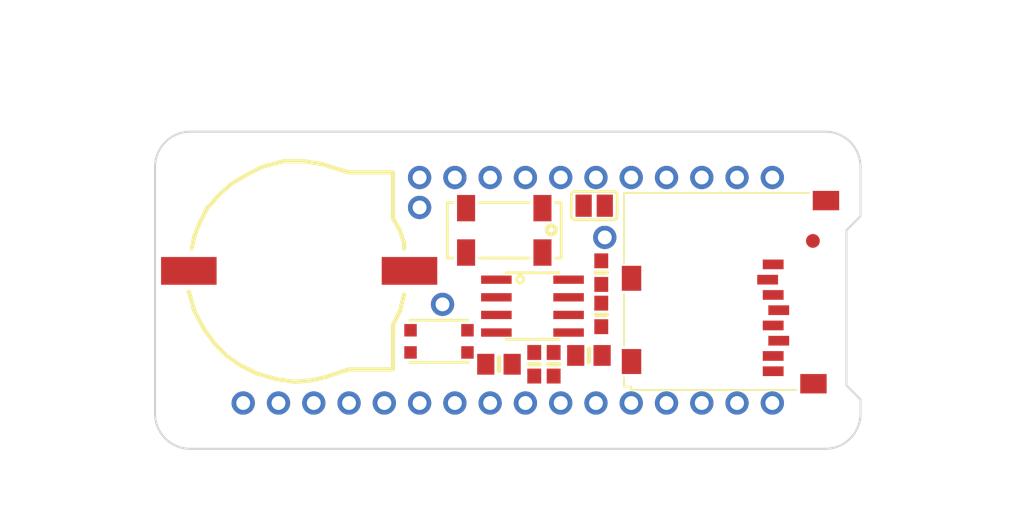
<source format=kicad_pcb>
(kicad_pcb (version 20221018) (generator pcbnew)
  (layers (0 "F.Cu" signal "Top") (31 "B.Cu" signal "Bottom") (34 "B.Paste" user) (35 "F.Paste" user) (36 "B.SilkS" user "B.Silkscreen") (37 "F.SilkS" user "F.Silkscreen") (38 "B.Mask" user) (39 "F.Mask" user) (44 "Edge.Cuts" user))
  (net 0 "")
  (net 1 "G")
  (net 2 "TX")
  (net 3 "RX")
  (net 4 "F")
  (net 5 "E")
  (net 6 "D")
  (net 7 "C")
  (net 8 "B")
  (net 9 "A")
  (net 10 "AREF")
  (net 11 "USB")
  (net 12 "N")
  (net 13 "M")
  (net 14 "L")
  (net 15 "J")
  (net 16 "I")
  (net 17 "H")
  (net 18 "SCL")
  (net 19 "SDA")
  (net 20 "GND")
  (net 21 "MOSI")
  (net 22 "MISO")
  (net 23 "SCK")
  (net 24 "+3V3")
  (net 25 "SD_CS")
  (net 26 "RESET")
  (net 27 "N$7")
  (net 28 "N$8")
  (net 29 "VBAT")
  (net 30 "EN")
  (net 31 "CR1220")
  (net 32 "INT1")
  (net 33 "CS")
  (net 34 "N$1")
  (footprint "MICROSD" (layer "F.Cu") (at 167.132 105.156 90)
    (fp_text reference "X4" hide)
    (fp_text value "microsd" hide)
    (fp_line (start -7.035 -9.76) (end -7.035 2.19) (stroke (width 0.127)) (layer "F.SilkS"))
    (fp_line (start -6.785 -10.26) (end -6.785 -9.76) (stroke (width 0.127)) (layer "F.SilkS"))
    (fp_line (start -6.785 -9.76) (end -7.035 -9.76) (stroke (width 0.127)) (layer "F.SilkS"))
    (fp_line (start -6.135 -10.26) (end -6.785 -10.26) (stroke (width 0.127)) (layer "F.SilkS"))
    (fp_line (start -3.835 -10.26) (end -0.135 -10.26) (stroke (width 0.127)) (layer "F.SilkS"))
    (fp_line (start 2.115 -10.26) (end 7.165 -10.26) (stroke (width 0.127)) (layer "F.SilkS"))
    (fp_line (start 7.165 -10.26) (end 7.165 3.09) (stroke (width 0.127)) (layer "F.SilkS"))
    (pad "1" smd rect locked (at 2.015 0.48 90) (size 0.7 1.5) (layers "F.Cu" "F.Paste" "F.Mask"))
    (pad "2" smd rect locked (at 0.915 0.08 90) (size 0.7 1.5) (layers "F.Cu" "F.Paste" "F.Mask") (net 25 "SD_CS"))
    (pad "3" smd rect locked (at -0.185 0.48 90) (size 0.7 1.5) (layers "F.Cu" "F.Paste" "F.Mask") (net 21 "MOSI"))
    (pad "4" smd rect locked (at -1.285 0.88 90) (size 0.7 1.5) (layers "F.Cu" "F.Paste" "F.Mask") (net 24 "+3V3"))
    (pad "5" smd rect locked (at -2.385 0.48 90) (size 0.7 1.5) (layers "F.Cu" "F.Paste" "F.Mask") (net 23 "SCK"))
    (pad "6" smd rect locked (at -3.485 0.88 90) (size 0.7 1.5) (layers "F.Cu" "F.Paste" "F.Mask") (net 20 "GND"))
    (pad "7" smd rect locked (at -4.585 0.48 90) (size 0.7 1.5) (layers "F.Cu" "F.Paste" "F.Mask") (net 22 "MISO"))
    (pad "8" smd rect locked (at -5.685 0.48 90) (size 0.7 1.5) (layers "F.Cu" "F.Paste" "F.Mask"))
    (pad "CD1" smd rect locked (at -4.985 -9.72 180) (size 1.4 1.8) (layers "F.Cu" "F.Paste" "F.Mask"))
    (pad "CD2" smd rect locked (at 1.015 -9.72 180) (size 1.4 1.8) (layers "F.Cu" "F.Paste" "F.Mask"))
    (pad "MT1" smd rect locked (at -6.585 3.38 90) (size 1.4 1.9) (layers "F.Cu" "F.Paste" "F.Mask") (net 20 "GND"))
    (pad "MT2" smd rect locked (at 6.615 4.28 90) (size 1.4 1.9) (layers "F.Cu" "F.Paste" "F.Mask") (net 20 "GND"))
  )
  (footprint "BTN_KMR2_4.6X2.8" (layer "F.Cu") (at 143.5481 108.6866 180)
    (fp_text reference "SW1" hide)
    (fp_text value "KMR2" hide)
    (fp_line (start -2.1 -1.5254) (end 2.1 -1.5254) (stroke (width 0.2032)) (layer "F.SilkS"))
    (fp_line (start 2.1 1.5254) (end -2.1 1.5254) (stroke (width 0.2032)) (layer "F.SilkS"))
    (pad "A" smd rect (at 2.05 -0.8 180) (size 0.9 0.9) (layers "F.Cu" "F.Paste" "F.Mask") (net 20 "GND"))
    (pad "A'" smd rect (at -2.05 -0.8 180) (size 0.9 0.9) (layers "F.Cu" "F.Paste" "F.Mask") (net 20 "GND"))
    (pad "B" smd rect (at 2.05 0.8 180) (size 0.9 0.9) (layers "F.Cu" "F.Paste" "F.Mask") (net 26 "RESET"))
    (pad "B'" smd rect (at -2.05 0.8 180) (size 0.9 0.9) (layers "F.Cu" "F.Paste" "F.Mask") (net 26 "RESET"))
  )
  (footprint "SOIC8_150MIL" (layer "F.Cu") (at 150.2791 106.1466 -90)
    (fp_text reference "IC1" hide)
    (fp_text value "PCF8523T" hide)
    (fp_line (start -2.4 1.9) (end -2.4 -1.9) (stroke (width 0.2032)) (layer "F.SilkS"))
    (fp_line (start 2.4 -1.9) (end 2.4 1.9) (stroke (width 0.2032)) (layer "F.SilkS"))
    (fp_circle (center -1.9304 0.889) (end -1.6764 0.889) (stroke (width 0.2032)) (fill none) (layer "F.SilkS"))
    (pad "1" smd rect (at -1.905 2.6 270) (size 0.6 2.2) (layers "F.Cu" "F.Paste" "F.Mask") (net 27 "N$7"))
    (pad "2" smd rect (at -0.635 2.6 270) (size 0.6 2.2) (layers "F.Cu" "F.Paste" "F.Mask") (net 28 "N$8"))
    (pad "3" smd rect (at 0.635 2.6 270) (size 0.6 2.2) (layers "F.Cu" "F.Paste" "F.Mask") (net 31 "CR1220"))
    (pad "4" smd rect (at 1.905 2.6 270) (size 0.6 2.2) (layers "F.Cu" "F.Paste" "F.Mask") (net 20 "GND"))
    (pad "5" smd rect (at 1.905 -2.6 270) (size 0.6 2.2) (layers "F.Cu" "F.Paste" "F.Mask") (net 19 "SDA"))
    (pad "6" smd rect (at 0.635 -2.6 270) (size 0.6 2.2) (layers "F.Cu" "F.Paste" "F.Mask") (net 18 "SCL"))
    (pad "7" smd rect (at -0.635 -2.6 270) (size 0.6 2.2) (layers "F.Cu" "F.Paste" "F.Mask") (net 32 "INT1"))
    (pad "8" smd rect (at -1.905 -2.6 270) (size 0.6 2.2) (layers "F.Cu" "F.Paste" "F.Mask") (net 34 "N$1"))
  )
  (footprint "CRYSTAL_8X3.8" (layer "F.Cu") (at 148.2471 100.6856)
    (fp_text reference "Y1" hide)
    (fp_text value "32khz" hide)
    (fp_line (start -4.1 -2) (end -4.1 2) (stroke (width 0.2032)) (layer "F.SilkS"))
    (fp_line (start -4.1 2) (end -3.7 2) (stroke (width 0.2032)) (layer "F.SilkS"))
    (fp_line (start -3.7 -2) (end -4.1 -2) (stroke (width 0.2032)) (layer "F.SilkS"))
    (fp_line (start -1.8 -2) (end 1.8 -2) (stroke (width 0.2032)) (layer "F.SilkS"))
    (fp_line (start -1.8 2) (end 1.8 2) (stroke (width 0.2032)) (layer "F.SilkS"))
    (fp_line (start 3.7 -2) (end 4.1 -2) (stroke (width 0.2032)) (layer "F.SilkS"))
    (fp_line (start 4.1 -2) (end 4.1 2) (stroke (width 0.2032)) (layer "F.SilkS"))
    (fp_line (start 4.1 2) (end 3.7 2) (stroke (width 0.2032)) (layer "F.SilkS"))
    (fp_circle (center 3.3782 -0.0254) (end 3.701487 -0.0254) (stroke (width 0.3048)) (fill none) (layer "F.SilkS"))
    (pad "P$1" smd rect (at -2.75 1.6) (size 1.3 1.9) (layers "F.Cu" "F.Paste" "F.Mask") (net 28 "N$8"))
    (pad "P$2" smd rect (at 2.75 1.6) (size 1.3 1.9) (layers "F.Cu" "F.Paste" "F.Mask"))
    (pad "P$3" smd rect (at 2.75 -1.6) (size 1.3 1.9) (layers "F.Cu" "F.Paste" "F.Mask"))
    (pad "P$4" smd rect (at -2.75 -1.6) (size 1.3 1.9) (layers "F.Cu" "F.Paste" "F.Mask") (net 27 "N$7"))
  )
  (footprint "0603-NO" (layer "F.Cu") (at 151.8031 110.3376 -90)
    (fp_text reference "R1" hide)
    (fp_text value "10K" hide)
    (fp_line (start 0 -0.4) (end 0 0.4) (stroke (width 0.3048)) (layer "F.SilkS"))
    (pad "1" smd rect (at -0.85 0 270) (size 1.075 1) (layers "F.Cu" "F.Paste" "F.Mask") (net 19 "SDA"))
    (pad "2" smd rect (at 0.85 0 270) (size 1.075 1) (layers "F.Cu" "F.Paste" "F.Mask") (net 24 "+3V3"))
  )
  (footprint "0603-NO" (layer "F.Cu") (at 150.4061 110.3376 -90)
    (fp_text reference "R2" hide)
    (fp_text value "10K" hide)
    (fp_line (start 0 -0.4) (end 0 0.4) (stroke (width 0.3048)) (layer "F.SilkS"))
    (pad "1" smd rect (at -0.85 0 270) (size 1.075 1) (layers "F.Cu" "F.Paste" "F.Mask") (net 18 "SCL"))
    (pad "2" smd rect (at 0.85 0 270) (size 1.075 1) (layers "F.Cu" "F.Paste" "F.Mask") (net 24 "+3V3"))
  )
  (footprint "0603-NO" (layer "F.Cu") (at 155.2321 103.7336 -90)
    (fp_text reference "R3" hide)
    (fp_text value "100K" hide)
    (fp_line (start 0 -0.4) (end 0 0.4) (stroke (width 0.3048)) (layer "F.SilkS"))
    (pad "1" smd rect (at -0.85 0 270) (size 1.075 1) (layers "F.Cu" "F.Paste" "F.Mask") (net 25 "SD_CS"))
    (pad "2" smd rect (at 0.85 0 270) (size 1.075 1) (layers "F.Cu" "F.Paste" "F.Mask") (net 24 "+3V3"))
  )
  (footprint "CR1220-2" (layer "F.Cu") (at 133.1341 103.6066)
    (fp_text reference "B1" hide)
    (fp_text value "cr1220" hide)
    (fp_line (start -7.6 1.5) (end -7.2 2.9) (stroke (width 0.3048)) (layer "F.SilkS"))
    (fp_line (start -7.4 -1.6) (end -7.2 -2.5) (stroke (width 0.3048)) (layer "F.SilkS"))
    (fp_line (start -7.2 -2.5) (end -6.8 -3.5) (stroke (width 0.3048)) (layer "F.SilkS"))
    (fp_line (start -7.2 2.9) (end -6.5 4.2) (stroke (width 0.3048)) (layer "F.SilkS"))
    (fp_line (start -6.8 -3.5) (end -6.3 -4.5) (stroke (width 0.3048)) (layer "F.SilkS"))
    (fp_line (start -6.5 4.2) (end -5.7 5.3) (stroke (width 0.3048)) (layer "F.SilkS"))
    (fp_line (start -6.3 -4.5) (end -5.4 -5.5) (stroke (width 0.3048)) (layer "F.SilkS"))
    (fp_line (start -5.7 5.3) (end -4.9 6.1) (stroke (width 0.3048)) (layer "F.SilkS"))
    (fp_line (start -5.4 -5.5) (end -4.5 -6.3) (stroke (width 0.3048)) (layer "F.SilkS"))
    (fp_line (start -4.9 6.1) (end -3.9 6.8) (stroke (width 0.3048)) (layer "F.SilkS"))
    (fp_line (start -4.5 -6.3) (end -3.3 -7) (stroke (width 0.3048)) (layer "F.SilkS"))
    (fp_line (start -3.9 6.8) (end -2.7 7.4) (stroke (width 0.3048)) (layer "F.SilkS"))
    (fp_line (start -3.3 -7) (end -2.3 -7.5) (stroke (width 0.3048)) (layer "F.SilkS"))
    (fp_line (start -2.7 7.4) (end -1.3 7.8) (stroke (width 0.3048)) (layer "F.SilkS"))
    (fp_line (start -2.3 -7.5) (end -0.8 -7.9) (stroke (width 0.3048)) (layer "F.SilkS"))
    (fp_line (start -1.3 7.8) (end 0 8) (stroke (width 0.3048)) (layer "F.SilkS"))
    (fp_line (start -0.8 -7.9) (end 0.7 -7.9) (stroke (width 0.3048)) (layer "F.SilkS"))
    (fp_line (start 0 8) (end 1.2 7.9) (stroke (width 0.3048)) (layer "F.SilkS"))
    (fp_line (start 0.7 -7.9) (end 2 -7.7) (stroke (width 0.3048)) (layer "F.SilkS"))
    (fp_line (start 1.2 7.9) (end 2.5 7.6) (stroke (width 0.3048)) (layer "F.SilkS"))
    (fp_line (start 2 -7.7) (end 3.9 -7.1) (stroke (width 0.3048)) (layer "F.SilkS"))
    (fp_line (start 2.4 7.6) (end 3.9 7.1) (stroke (width 0.3048)) (layer "F.SilkS"))
    (fp_line (start 3.95 -7.1) (end 7.1 -7.1) (stroke (width 0.3048)) (layer "F.SilkS"))
    (fp_line (start 3.95 7.1) (end 7.1 7.1) (stroke (width 0.3048)) (layer "F.SilkS"))
    (fp_line (start 7.1 -7.1) (end 7.1 -3.8) (stroke (width 0.3048)) (layer "F.SilkS"))
    (fp_line (start 7.1 -3.8) (end 7.6 -2.9) (stroke (width 0.3048)) (layer "F.SilkS"))
    (fp_line (start 7.1 3.9) (end 7.6 2.9) (stroke (width 0.3048)) (layer "F.SilkS"))
    (fp_line (start 7.1 7.1) (end 7.1 3.9) (stroke (width 0.3048)) (layer "F.SilkS"))
    (fp_line (start 7.6 -2.9) (end 7.9 -2) (stroke (width 0.3048)) (layer "F.SilkS"))
    (fp_line (start 7.6 2.9) (end 7.9 1.7) (stroke (width 0.3048)) (layer "F.SilkS"))
    (fp_line (start 7.9 -2) (end 7.9 -1.6) (stroke (width 0.3048)) (layer "F.SilkS"))
    (pad "" np_thru_hole circle locked (at -3.5 0) (size 1.5 1.5) (drill 1.5) (layers "*.Cu" "*.Mask"))
    (pad "" np_thru_hole circle locked (at 3.95 0) (size 1.5 1.5) (drill 1.5) (layers "*.Cu" "*.Mask"))
    (pad "+" smd rect locked (at 8.29 0) (size 4 2) (layers "F.Cu" "F.Paste" "F.Mask") (net 31 "CR1220"))
    (pad "-" smd rect locked (at -7.6 0) (size 4 2) (layers "F.Cu" "F.Paste" "F.Mask") (net 20 "GND"))
  )
  (footprint "0805-NO" (layer "F.Cu") (at 154.3431 109.7026 180)
    (fp_text reference "C1" hide)
    (fp_text value "10uF" hide)
    (fp_line (start 0 -0.508) (end 0 0.508) (stroke (width 0.3048)) (layer "F.SilkS"))
    (pad "1" smd rect (at -0.95 0 180) (size 1.24 1.5) (layers "F.Cu" "F.Paste" "F.Mask") (net 34 "N$1"))
    (pad "2" smd rect (at 0.95 0 180) (size 1.24 1.5) (layers "F.Cu" "F.Paste" "F.Mask") (net 20 "GND"))
  )
  (footprint "1X11_ROUND" (layer "F.Cu") (at 154.8511 96.8756)
    (fp_text reference "JP1" hide)
    (fp_text value "")
    (pad "1" thru_hole circle locked (at -12.7 0 90) (size 1.6764 1.6764) (drill 1) (layers "*.Cu" "*.Mask") (net 30 "EN"))
    (pad "2" thru_hole circle locked (at -10.16 0 90) (size 1.6764 1.6764) (drill 1) (layers "*.Cu" "*.Mask") (net 11 "USB"))
    (pad "3" thru_hole circle locked (at -7.62 0 90) (size 1.6764 1.6764) (drill 1) (layers "*.Cu" "*.Mask") (net 12 "N"))
    (pad "4" thru_hole circle locked (at -5.08 0 90) (size 1.6764 1.6764) (drill 1) (layers "*.Cu" "*.Mask") (net 13 "M"))
    (pad "5" thru_hole circle locked (at -2.54 0 90) (size 1.6764 1.6764) (drill 1) (layers "*.Cu" "*.Mask") (net 14 "L"))
    (pad "6" thru_hole circle locked (at 0 0 90) (size 1.6764 1.6764) (drill 1) (layers "*.Cu" "*.Mask") (net 33 "CS"))
    (pad "7" thru_hole circle locked (at 2.54 0 90) (size 1.6764 1.6764) (drill 1) (layers "*.Cu" "*.Mask") (net 15 "J"))
    (pad "8" thru_hole circle locked (at 5.08 0 90) (size 1.6764 1.6764) (drill 1) (layers "*.Cu" "*.Mask") (net 16 "I"))
    (pad "9" thru_hole circle locked (at 7.62 0 90) (size 1.6764 1.6764) (drill 1) (layers "*.Cu" "*.Mask") (net 17 "H"))
    (pad "10" thru_hole circle locked (at 10.16 0 90) (size 1.6764 1.6764) (drill 1) (layers "*.Cu" "*.Mask") (net 18 "SCL"))
    (pad "11" thru_hole circle locked (at 12.7 0 90) (size 1.6764 1.6764) (drill 1) (layers "*.Cu" "*.Mask") (net 19 "SDA"))
  )
  (footprint "1X16_ROUND" (layer "F.Cu") (at 148.5011 113.1316 180)
    (fp_text reference "JP2" hide)
    (fp_text value "")
    (pad "1" thru_hole circle locked (at -19.05 0 270) (size 1.6764 1.6764) (drill 1) (layers "*.Cu" "*.Mask") (net 1 "G"))
    (pad "2" thru_hole circle locked (at -16.51 0 270) (size 1.6764 1.6764) (drill 1) (layers "*.Cu" "*.Mask") (net 2 "TX"))
    (pad "3" thru_hole circle locked (at -13.97 0 270) (size 1.6764 1.6764) (drill 1) (layers "*.Cu" "*.Mask") (net 3 "RX"))
    (pad "4" thru_hole circle locked (at -11.43 0 270) (size 1.6764 1.6764) (drill 1) (layers "*.Cu" "*.Mask") (net 22 "MISO"))
    (pad "5" thru_hole circle locked (at -8.89 0 270) (size 1.6764 1.6764) (drill 1) (layers "*.Cu" "*.Mask") (net 21 "MOSI"))
    (pad "6" thru_hole circle locked (at -6.35 0 270) (size 1.6764 1.6764) (drill 1) (layers "*.Cu" "*.Mask") (net 23 "SCK"))
    (pad "7" thru_hole circle locked (at -3.81 0 270) (size 1.6764 1.6764) (drill 1) (layers "*.Cu" "*.Mask") (net 4 "F"))
    (pad "8" thru_hole circle locked (at -1.27 0 270) (size 1.6764 1.6764) (drill 1) (layers "*.Cu" "*.Mask") (net 5 "E"))
    (pad "9" thru_hole circle locked (at 1.27 0 270) (size 1.6764 1.6764) (drill 1) (layers "*.Cu" "*.Mask") (net 6 "D"))
    (pad "10" thru_hole circle locked (at 3.81 0 270) (size 1.6764 1.6764) (drill 1) (layers "*.Cu" "*.Mask") (net 7 "C"))
    (pad "11" thru_hole circle locked (at 6.35 0 270) (size 1.6764 1.6764) (drill 1) (layers "*.Cu" "*.Mask") (net 8 "B"))
    (pad "12" thru_hole circle locked (at 8.89 0 270) (size 1.6764 1.6764) (drill 1) (layers "*.Cu" "*.Mask") (net 9 "A"))
    (pad "13" thru_hole circle locked (at 11.43 0 270) (size 1.6764 1.6764) (drill 1) (layers "*.Cu" "*.Mask") (net 20 "GND"))
    (pad "14" thru_hole circle locked (at 13.97 0 270) (size 1.6764 1.6764) (drill 1) (layers "*.Cu" "*.Mask") (net 10 "AREF"))
    (pad "15" thru_hole circle locked (at 16.51 0 270) (size 1.6764 1.6764) (drill 1) (layers "*.Cu" "*.Mask") (net 24 "+3V3"))
    (pad "16" thru_hole circle locked (at 19.05 0 270) (size 1.6764 1.6764) (drill 1) (layers "*.Cu" "*.Mask") (net 26 "RESET"))
  )
  (footprint "1X01_ROUND" (layer "F.Cu") (at 142.1511 99.0346)
    (fp_text reference "JP3" hide)
    (fp_text value "")
    (pad "1" thru_hole circle locked (at 0 0 90) (size 1.6764 1.6764) (drill 1) (layers "*.Cu" "*.Mask") (net 29 "VBAT"))
  )
  (footprint "1X01_ROUND" (layer "F.Cu") (at 155.4861 101.1936)
    (fp_text reference "SDCS" hide)
    (fp_text value "")
    (pad "1" thru_hole circle (at 0 0 90) (size 1.6764 1.6764) (drill 1) (layers "*.Cu" "*.Mask") (net 25 "SD_CS"))
  )
  (footprint "SOLDERJUMPER_CLOSEDWIRE" (layer "F.Cu") (at 154.7241 98.9076)
    (fp_text reference "SJ1" hide)
    (fp_text value "")
    (fp_line (start -1.651 0.762) (end -1.651 -0.762) (stroke (width 0.2032)) (layer "F.SilkS"))
    (fp_line (start -1.397 -1.016) (end 1.397 -1.016) (stroke (width 0.2032)) (layer "F.SilkS"))
    (fp_line (start 1.397 1.016) (end -1.397 1.016) (stroke (width 0.2032)) (layer "F.SilkS"))
    (fp_line (start 1.651 0.762) (end 1.651 -0.762) (stroke (width 0.2032)) (layer "F.SilkS"))
    (fp_arc (start -1.651 -0.762) (mid -1.576605 -0.941605) (end -1.397 -1.016) (stroke (width 0.2032)) (layer "F.SilkS"))
    (fp_arc (start -1.397 1.016) (mid -1.576605 0.941605) (end -1.651 0.762) (stroke (width 0.2032)) (layer "F.SilkS"))
    (fp_arc (start 1.397 -1.016) (mid 1.576605 -0.941605) (end 1.651 -0.762) (stroke (width 0.2032)) (layer "F.SilkS"))
    (fp_arc (start 1.651 0.762) (mid 1.576605 0.941605) (end 1.397 1.016) (stroke (width 0.2032)) (layer "F.SilkS"))
    (pad "1" smd rect (at -0.762 0) (size 1.1684 1.6002) (layers "F.Cu" "F.Mask") (net 33 "CS"))
    (pad "2" smd rect (at 0.762 0) (size 1.1684 1.6002) (layers "F.Cu" "F.Mask") (net 25 "SD_CS"))
  )
  (footprint "1X01_ROUND" (layer "F.Cu") (at 143.8021 106.0196)
    (fp_text reference "INT1" hide)
    (fp_text value "")
    (pad "1" thru_hole circle (at 0 0 90) (size 1.6764 1.6764) (drill 1) (layers "*.Cu" "*.Mask") (net 32 "INT1"))
  )
  (footprint "FIDUCIAL_1MM" (layer "F.Cu") (at 170.4721 101.4476)
    (fp_text reference "FID1" hide)
    (fp_text value "FIDUCIAL_1MM" hide)
    (pad "1" smd roundrect (at 0 0) (size 1 1) (layers "F.Cu" "F.Mask") (roundrect_rratio 0.5))
  )
  (footprint "0603-NO" (layer "F.Cu") (at 155.2321 106.7816 -90)
    (fp_text reference "R4" hide)
    (fp_text value "1K" hide)
    (fp_line (start 0 -0.4) (end 0 0.4) (stroke (width 0.3048)) (layer "F.SilkS"))
    (pad "1" smd rect (at -0.85 0 270) (size 1.075 1) (layers "F.Cu" "F.Paste" "F.Mask") (net 24 "+3V3"))
    (pad "2" smd rect (at 0.85 0 270) (size 1.075 1) (layers "F.Cu" "F.Paste" "F.Mask") (net 34 "N$1"))
  )
  (footprint "0805-NO" (layer "F.Cu") (at 147.8661 110.3376 180)
    (fp_text reference "C2" hide)
    (fp_text value "10uF" hide)
    (fp_line (start 0 -0.508) (end 0 0.508) (stroke (width 0.3048)) (layer "F.SilkS"))
    (pad "1" smd rect (at -0.95 0 180) (size 1.24 1.5) (layers "F.Cu" "F.Paste" "F.Mask") (net 24 "+3V3"))
    (pad "2" smd rect (at 0.95 0 180) (size 1.24 1.5) (layers "F.Cu" "F.Paste" "F.Mask") (net 20 "GND"))
  )
  (gr_line (start 173.9011 99.6696) (end 172.8851 100.6856) (stroke (width 0.15)) (layer "Edge.Cuts"))
  (gr_arc (start 171.3611 93.5736) (mid 173.157151 94.317549) (end 173.9011 96.1136) (stroke (width 0.15)) (layer "Edge.Cuts"))
  (gr_line (start 172.8851 111.8616) (end 173.9011 112.8776) (stroke (width 0.15)) (layer "Edge.Cuts"))
  (gr_arc (start 125.6411 116.4336) (mid 123.845049 115.689651) (end 123.1011 113.8936) (stroke (width 0.15)) (layer "Edge.Cuts"))
  (gr_line (start 173.9011 96.1136) (end 173.9011 99.6696) (stroke (width 0.15)) (layer "Edge.Cuts"))
  (gr_line (start 173.9011 112.8776) (end 173.9011 113.8936) (stroke (width 0.15)) (layer "Edge.Cuts"))
  (gr_line (start 123.1011 113.8936) (end 123.1011 96.1136) (stroke (width 0.15)) (layer "Edge.Cuts"))
  (gr_line (start 172.8851 100.6856) (end 172.8851 111.8616) (stroke (width 0.15)) (layer "Edge.Cuts"))
  (gr_arc (start 123.1011 96.1136) (mid 123.845049 94.317549) (end 125.6411 93.5736) (stroke (width 0.15)) (layer "Edge.Cuts"))
  (gr_line (start 171.3611 116.4336) (end 125.6411 116.4336) (stroke (width 0.15)) (layer "Edge.Cuts"))
  (gr_line (start 171.3611 93.5736) (end 125.6411 93.5736) (stroke (width 0.15)) (layer "Edge.Cuts"))
  (gr_arc (start 173.9011 113.8936) (mid 173.157151 115.689651) (end 171.3611 116.4336) (stroke (width 0.15)) (layer "Edge.Cuts"))
)
</source>
